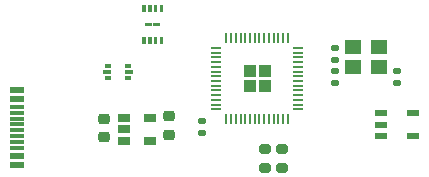
<source format=gbp>
G04 #@! TF.GenerationSoftware,KiCad,Pcbnew,7.0.1-0*
G04 #@! TF.CreationDate,2023-04-02T15:36:46-05:00*
G04 #@! TF.ProjectId,V0_Display,56305f44-6973-4706-9c61-792e6b696361,rev?*
G04 #@! TF.SameCoordinates,Original*
G04 #@! TF.FileFunction,Paste,Bot*
G04 #@! TF.FilePolarity,Positive*
%FSLAX46Y46*%
G04 Gerber Fmt 4.6, Leading zero omitted, Abs format (unit mm)*
G04 Created by KiCad (PCBNEW 7.0.1-0) date 2023-04-02 15:36:46*
%MOMM*%
%LPD*%
G01*
G04 APERTURE LIST*
G04 Aperture macros list*
%AMRoundRect*
0 Rectangle with rounded corners*
0 $1 Rounding radius*
0 $2 $3 $4 $5 $6 $7 $8 $9 X,Y pos of 4 corners*
0 Add a 4 corners polygon primitive as box body*
4,1,4,$2,$3,$4,$5,$6,$7,$8,$9,$2,$3,0*
0 Add four circle primitives for the rounded corners*
1,1,$1+$1,$2,$3*
1,1,$1+$1,$4,$5*
1,1,$1+$1,$6,$7*
1,1,$1+$1,$8,$9*
0 Add four rect primitives between the rounded corners*
20,1,$1+$1,$2,$3,$4,$5,0*
20,1,$1+$1,$4,$5,$6,$7,0*
20,1,$1+$1,$6,$7,$8,$9,0*
20,1,$1+$1,$8,$9,$2,$3,0*%
G04 Aperture macros list end*
%ADD10C,0.010000*%
%ADD11RoundRect,0.250000X-0.292217X0.292217X-0.292217X-0.292217X0.292217X-0.292217X0.292217X0.292217X0*%
%ADD12RoundRect,0.050000X-0.050000X0.387500X-0.050000X-0.387500X0.050000X-0.387500X0.050000X0.387500X0*%
%ADD13RoundRect,0.050000X-0.387500X0.050000X-0.387500X-0.050000X0.387500X-0.050000X0.387500X0.050000X0*%
%ADD14RoundRect,0.135000X-0.185000X0.135000X-0.185000X-0.135000X0.185000X-0.135000X0.185000X0.135000X0*%
%ADD15RoundRect,0.200000X-0.275000X0.200000X-0.275000X-0.200000X0.275000X-0.200000X0.275000X0.200000X0*%
%ADD16RoundRect,0.225000X0.250000X-0.225000X0.250000X0.225000X-0.250000X0.225000X-0.250000X-0.225000X0*%
%ADD17RoundRect,0.140000X0.170000X-0.140000X0.170000X0.140000X-0.170000X0.140000X-0.170000X-0.140000X0*%
%ADD18R,1.060000X0.650000*%
%ADD19R,1.050000X0.600000*%
%ADD20R,0.500000X0.375000*%
%ADD21R,0.650000X0.300000*%
%ADD22RoundRect,0.225000X-0.250000X0.225000X-0.250000X-0.225000X0.250000X-0.225000X0.250000X0.225000X0*%
%ADD23RoundRect,0.147500X-0.172500X0.147500X-0.172500X-0.147500X0.172500X-0.147500X0.172500X0.147500X0*%
%ADD24R,1.400000X1.200000*%
%ADD25R,1.150000X0.600000*%
%ADD26R,1.150000X0.300000*%
G04 APERTURE END LIST*
D10*
X103480000Y-57277500D02*
X103280000Y-57277500D01*
X103280000Y-56727500D01*
X103480000Y-56727500D01*
X103480000Y-57277500D01*
G36*
X103480000Y-57277500D02*
G01*
X103280000Y-57277500D01*
X103280000Y-56727500D01*
X103480000Y-56727500D01*
X103480000Y-57277500D01*
G37*
X103980000Y-57277500D02*
X103780000Y-57277500D01*
X103780000Y-56727500D01*
X103980000Y-56727500D01*
X103980000Y-57277500D01*
G36*
X103980000Y-57277500D02*
G01*
X103780000Y-57277500D01*
X103780000Y-56727500D01*
X103980000Y-56727500D01*
X103980000Y-57277500D01*
G37*
X104480000Y-57277500D02*
X104280000Y-57277500D01*
X104280000Y-56727500D01*
X104480000Y-56727500D01*
X104480000Y-57277500D01*
G36*
X104480000Y-57277500D02*
G01*
X104280000Y-57277500D01*
X104280000Y-56727500D01*
X104480000Y-56727500D01*
X104480000Y-57277500D01*
G37*
X104980000Y-57277500D02*
X104780000Y-57277500D01*
X104780000Y-56727500D01*
X104980000Y-56727500D01*
X104980000Y-57277500D01*
G36*
X104980000Y-57277500D02*
G01*
X104780000Y-57277500D01*
X104780000Y-56727500D01*
X104980000Y-56727500D01*
X104980000Y-57277500D01*
G37*
X104030000Y-58477500D02*
X103530000Y-58477500D01*
X103530000Y-58277500D01*
X104030000Y-58277500D01*
X104030000Y-58477500D01*
G36*
X104030000Y-58477500D02*
G01*
X103530000Y-58477500D01*
X103530000Y-58277500D01*
X104030000Y-58277500D01*
X104030000Y-58477500D01*
G37*
X104730000Y-58477500D02*
X104230000Y-58477500D01*
X104230000Y-58277500D01*
X104730000Y-58277500D01*
X104730000Y-58477500D01*
G36*
X104730000Y-58477500D02*
G01*
X104230000Y-58477500D01*
X104230000Y-58277500D01*
X104730000Y-58277500D01*
X104730000Y-58477500D01*
G37*
X103480000Y-60027500D02*
X103280000Y-60027500D01*
X103280000Y-59477500D01*
X103480000Y-59477500D01*
X103480000Y-60027500D01*
G36*
X103480000Y-60027500D02*
G01*
X103280000Y-60027500D01*
X103280000Y-59477500D01*
X103480000Y-59477500D01*
X103480000Y-60027500D01*
G37*
X103980000Y-60027500D02*
X103780000Y-60027500D01*
X103780000Y-59477500D01*
X103980000Y-59477500D01*
X103980000Y-60027500D01*
G36*
X103980000Y-60027500D02*
G01*
X103780000Y-60027500D01*
X103780000Y-59477500D01*
X103980000Y-59477500D01*
X103980000Y-60027500D01*
G37*
X104480000Y-60027500D02*
X104280000Y-60027500D01*
X104280000Y-59477500D01*
X104480000Y-59477500D01*
X104480000Y-60027500D01*
G36*
X104480000Y-60027500D02*
G01*
X104280000Y-60027500D01*
X104280000Y-59477500D01*
X104480000Y-59477500D01*
X104480000Y-60027500D01*
G37*
X104980000Y-60027500D02*
X104780000Y-60027500D01*
X104780000Y-59477500D01*
X104980000Y-59477500D01*
X104980000Y-60027500D01*
G36*
X104980000Y-60027500D02*
G01*
X104780000Y-60027500D01*
X104780000Y-59477500D01*
X104980000Y-59477500D01*
X104980000Y-60027500D01*
G37*
D11*
X112362500Y-62362500D03*
X113637500Y-62362500D03*
X112362500Y-63637500D03*
X113637500Y-63637500D03*
D12*
X110400000Y-59562500D03*
X110800000Y-59562500D03*
X111200000Y-59562500D03*
X111600000Y-59562500D03*
X112000000Y-59562500D03*
X112400000Y-59562500D03*
X112800000Y-59562500D03*
X113200000Y-59562500D03*
X113600000Y-59562500D03*
X114000000Y-59562500D03*
X114400000Y-59562500D03*
X114800000Y-59562500D03*
X115200000Y-59562500D03*
X115600000Y-59562500D03*
D13*
X116437500Y-60400000D03*
X116437500Y-60800000D03*
X116437500Y-61200000D03*
X116437500Y-61600000D03*
X116437500Y-62000000D03*
X116437500Y-62400000D03*
X116437500Y-62800000D03*
X116437500Y-63200000D03*
X116437500Y-63600000D03*
X116437500Y-64000000D03*
X116437500Y-64400000D03*
X116437500Y-64800000D03*
X116437500Y-65200000D03*
X116437500Y-65600000D03*
D12*
X115600000Y-66437500D03*
X115200000Y-66437500D03*
X114800000Y-66437500D03*
X114400000Y-66437500D03*
X114000000Y-66437500D03*
X113600000Y-66437500D03*
X113200000Y-66437500D03*
X112800000Y-66437500D03*
X112400000Y-66437500D03*
X112000000Y-66437500D03*
X111600000Y-66437500D03*
X111200000Y-66437500D03*
X110800000Y-66437500D03*
X110400000Y-66437500D03*
D13*
X109562500Y-65600000D03*
X109562500Y-65200000D03*
X109562500Y-64800000D03*
X109562500Y-64400000D03*
X109562500Y-64000000D03*
X109562500Y-63600000D03*
X109562500Y-63200000D03*
X109562500Y-62800000D03*
X109562500Y-62400000D03*
X109562500Y-62000000D03*
X109562500Y-61600000D03*
X109562500Y-61200000D03*
X109562500Y-60800000D03*
X109562500Y-60400000D03*
D14*
X119560000Y-62350000D03*
X119560000Y-63370000D03*
D15*
X115150000Y-68925000D03*
X115150000Y-70575000D03*
D16*
X105520000Y-67750000D03*
X105520000Y-66200000D03*
D17*
X119570000Y-61400000D03*
X119570000Y-60440000D03*
X124880000Y-63340000D03*
X124880000Y-62380000D03*
D18*
X101720000Y-68245000D03*
X101720000Y-67295000D03*
X101720000Y-66345000D03*
X103920000Y-66345000D03*
X103920000Y-68245000D03*
D19*
X123460000Y-67850000D03*
X123460000Y-66900000D03*
X123460000Y-65950000D03*
X126160000Y-65950000D03*
X126160000Y-67850000D03*
D20*
X100345000Y-62987500D03*
D21*
X100270000Y-62450000D03*
D20*
X100345000Y-61912500D03*
X102045000Y-61912500D03*
D21*
X102120000Y-62450000D03*
D20*
X102045000Y-62987500D03*
D22*
X100070000Y-66430000D03*
X100070000Y-67980000D03*
D23*
X108310000Y-66625000D03*
X108310000Y-67595000D03*
D24*
X121130000Y-60350000D03*
X123330000Y-60350000D03*
X123330000Y-62050000D03*
X121130000Y-62050000D03*
D25*
X92675000Y-70330000D03*
X92675000Y-69530000D03*
D26*
X92675000Y-68380000D03*
X92675000Y-67380000D03*
X92675000Y-66880000D03*
X92675000Y-65880000D03*
D25*
X92675000Y-63930000D03*
X92675000Y-64730000D03*
D26*
X92675000Y-65380000D03*
X92675000Y-66380000D03*
X92675000Y-67880000D03*
X92675000Y-68880000D03*
D15*
X113690000Y-68925000D03*
X113690000Y-70575000D03*
M02*

</source>
